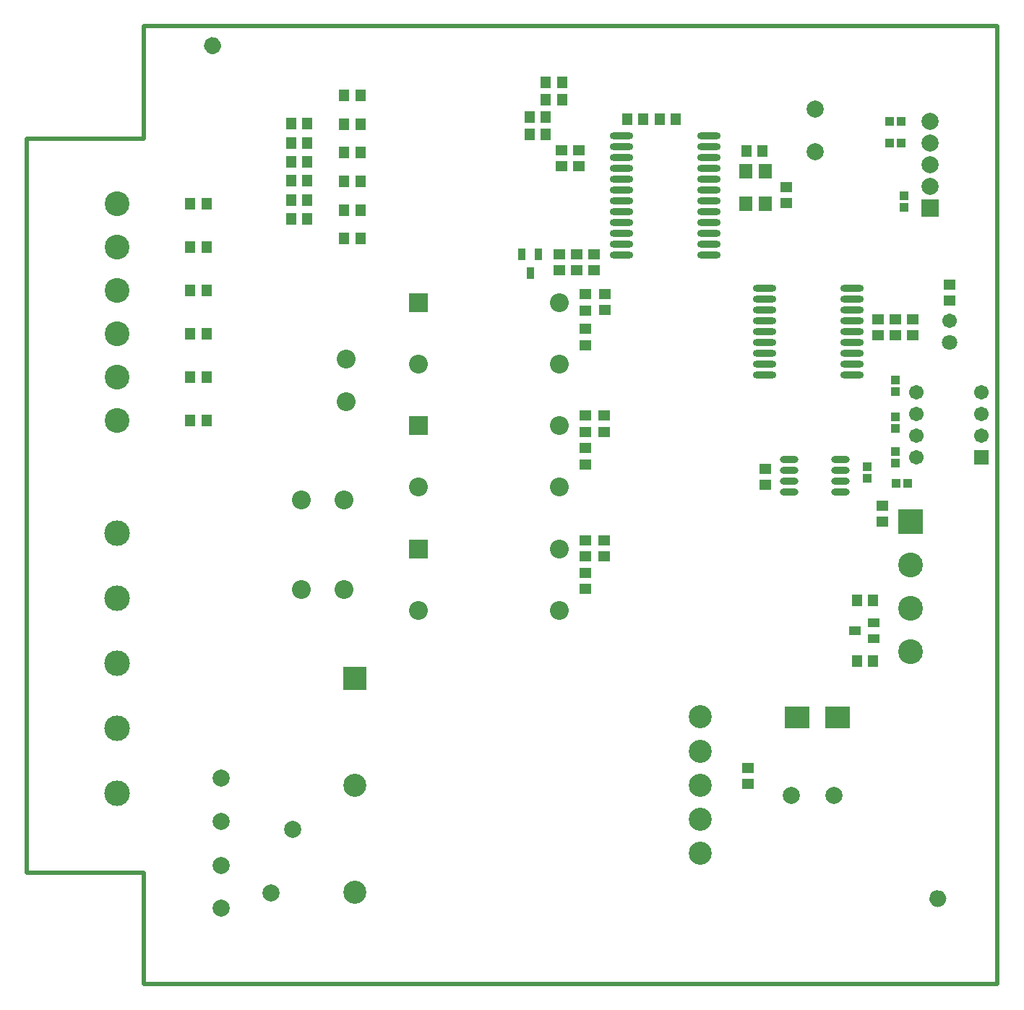
<source format=gts>
%FSLAX44Y44*%
%MOMM*%
G71*
G01*
G75*
G04 Layer_Color=8388736*
%ADD10C,1.0000*%
%ADD11R,1.2000X1.0000*%
%ADD12R,1.0000X1.2000*%
%ADD13R,0.8000X0.8000*%
%ADD14R,0.8000X0.8000*%
%ADD15R,1.3000X1.6000*%
%ADD16O,2.5400X0.6096*%
%ADD17O,2.0000X0.6100*%
%ADD18O,2.0000X0.6096*%
%ADD19O,2.5400X0.6100*%
%ADD20R,2.8000X2.3000*%
%ADD21R,0.7000X1.2000*%
%ADD22R,1.2000X0.8000*%
%ADD23C,1.0000*%
%ADD24C,0.4064*%
%ADD25C,1.2700*%
%ADD26C,0.7620*%
%ADD27C,0.3810*%
%ADD28C,0.5080*%
%ADD29C,1.0160*%
%ADD30C,0.5000*%
%ADD31C,2.0000*%
%ADD32R,2.0000X2.0000*%
%ADD33C,1.5000*%
%ADD34C,1.6000*%
%ADD35C,2.7000*%
%ADD36C,1.8000*%
%ADD37R,2.5000X2.5000*%
%ADD38C,2.5000*%
%ADD39R,2.7000X2.7000*%
%ADD40C,2.8000*%
%ADD41R,1.8000X1.8000*%
%ADD42R,1.5000X1.5000*%
%ADD43C,0.6096*%
%ADD44C,0.9144*%
%ADD45C,0.2000*%
%ADD46C,0.6000*%
%ADD47C,0.2500*%
%ADD48C,0.2540*%
%ADD49C,0.1000*%
%ADD50R,0.3500X4.4000*%
%ADD51C,1.5000*%
%ADD52R,1.4032X1.2032*%
%ADD53R,1.2032X1.4032*%
%ADD54R,1.0032X1.0032*%
%ADD55R,1.0032X1.0032*%
%ADD56R,1.5032X1.8032*%
%ADD57O,2.7432X0.8128*%
%ADD58O,2.2032X0.8132*%
%ADD59O,2.2032X0.8128*%
%ADD60O,2.7432X0.8132*%
%ADD61R,3.0032X2.5032*%
%ADD62R,0.9032X1.4032*%
%ADD63R,1.4032X1.0032*%
%ADD64C,1.2032*%
%ADD65C,2.2032*%
%ADD66R,2.2032X2.2032*%
%ADD67C,1.7032*%
%ADD68C,1.8032*%
%ADD69C,2.9032*%
%ADD70C,2.0032*%
%ADD71R,2.7032X2.7032*%
%ADD72C,2.7032*%
%ADD73R,2.9032X2.9032*%
%ADD74C,3.0032*%
%ADD75R,2.0032X2.0032*%
%ADD76R,1.7032X1.7032*%
D30*
X138000Y400D02*
Y130400D01*
X500D02*
X138000D01*
X500D02*
Y990400D01*
X500Y990400D01*
X138000D01*
X138000Y990400D01*
Y1122900D01*
X138000Y1122900D01*
X1138000D01*
X1138000Y1122900D01*
Y400D02*
Y1122900D01*
X1138000Y400D02*
X1138000Y400D01*
X138000Y400D02*
X1138000D01*
D51*
X1070570Y100330D02*
G03*
X1070570Y100330I-2500J0D01*
G01*
X220940Y1099820D02*
G03*
X220940Y1099820I-2500J0D01*
G01*
D52*
X998220Y760120D02*
D03*
Y779120D02*
D03*
X845820Y234340D02*
D03*
Y253340D02*
D03*
X1018540Y760120D02*
D03*
Y779120D02*
D03*
X1038860Y760120D02*
D03*
Y779120D02*
D03*
X627380Y977240D02*
D03*
Y958240D02*
D03*
X647700Y977240D02*
D03*
Y958240D02*
D03*
X665480Y836320D02*
D03*
Y855320D02*
D03*
X645160Y836320D02*
D03*
Y855320D02*
D03*
X890270Y915060D02*
D03*
Y934060D02*
D03*
X676910Y501040D02*
D03*
Y520040D02*
D03*
Y647090D02*
D03*
Y666090D02*
D03*
X678180Y789940D02*
D03*
Y808940D02*
D03*
X1003300Y560680D02*
D03*
Y541680D02*
D03*
X624840Y836320D02*
D03*
Y855320D02*
D03*
X655320Y481940D02*
D03*
Y462940D02*
D03*
Y520040D02*
D03*
Y501040D02*
D03*
Y627990D02*
D03*
Y608990D02*
D03*
Y666090D02*
D03*
Y647090D02*
D03*
Y767690D02*
D03*
Y748690D02*
D03*
Y808330D02*
D03*
Y789330D02*
D03*
X1082040Y819760D02*
D03*
Y800760D02*
D03*
X866140Y584860D02*
D03*
Y603860D02*
D03*
D53*
X723240Y1013460D02*
D03*
X704240D02*
D03*
X742340D02*
D03*
X761340D02*
D03*
X843940Y976630D02*
D03*
X862940D02*
D03*
X310540Y896620D02*
D03*
X211430Y660400D02*
D03*
X192430D02*
D03*
X211430Y711200D02*
D03*
X192430D02*
D03*
X310540Y918972D02*
D03*
Y941324D02*
D03*
X211430Y762000D02*
D03*
X192430D02*
D03*
X211430Y812800D02*
D03*
X192430D02*
D03*
X310540Y963676D02*
D03*
Y986028D02*
D03*
X608990Y1036320D02*
D03*
X627990D02*
D03*
X211430Y863600D02*
D03*
X192430D02*
D03*
X627990Y1056640D02*
D03*
X608990D02*
D03*
X211430Y914400D02*
D03*
X192430D02*
D03*
X310540Y1008380D02*
D03*
X992480Y449580D02*
D03*
X973480D02*
D03*
Y378460D02*
D03*
X992480D02*
D03*
X391770Y1041400D02*
D03*
Y1007872D02*
D03*
Y974344D02*
D03*
X372770D02*
D03*
X391770Y940816D02*
D03*
X372770D02*
D03*
X391770Y907288D02*
D03*
X372770D02*
D03*
X391770Y873760D02*
D03*
X372770D02*
D03*
X329540Y918972D02*
D03*
Y896620D02*
D03*
Y963676D02*
D03*
Y941324D02*
D03*
Y1008380D02*
D03*
Y986028D02*
D03*
X372770Y1041400D02*
D03*
Y1007872D02*
D03*
X608940Y1016000D02*
D03*
X589940D02*
D03*
X608940Y995680D02*
D03*
X589940D02*
D03*
D54*
X1011540Y1010920D02*
D03*
X1025540D02*
D03*
X1011540Y985520D02*
D03*
X1025540D02*
D03*
X1033160Y586740D02*
D03*
X1019160D02*
D03*
D55*
X1028700Y923940D02*
D03*
Y909940D02*
D03*
X985520Y606440D02*
D03*
Y592440D02*
D03*
X1018540Y624220D02*
D03*
Y610220D02*
D03*
Y694040D02*
D03*
Y708040D02*
D03*
Y650860D02*
D03*
Y664860D02*
D03*
D56*
X866210Y914450D02*
D03*
X843210D02*
D03*
Y952450D02*
D03*
X866210D02*
D03*
D57*
X864870Y815340D02*
D03*
X967994D02*
D03*
Y802640D02*
D03*
Y789940D02*
D03*
Y777240D02*
D03*
Y764540D02*
D03*
Y751840D02*
D03*
Y739140D02*
D03*
Y726440D02*
D03*
X864870D02*
D03*
Y739140D02*
D03*
Y751840D02*
D03*
Y764540D02*
D03*
Y777240D02*
D03*
Y789940D02*
D03*
Y802640D02*
D03*
Y713740D02*
D03*
X967994D02*
D03*
X697230Y994410D02*
D03*
Y956310D02*
D03*
Y969010D02*
D03*
Y981710D02*
D03*
Y867410D02*
D03*
Y854710D02*
D03*
Y892810D02*
D03*
Y880110D02*
D03*
Y918210D02*
D03*
Y905510D02*
D03*
Y943610D02*
D03*
Y930910D02*
D03*
D58*
X893770Y576580D02*
D03*
X953770Y589280D02*
D03*
D59*
X893770Y614680D02*
D03*
X953770D02*
D03*
Y601980D02*
D03*
Y576580D02*
D03*
X893770Y601980D02*
D03*
Y589280D02*
D03*
D60*
X800350Y994410D02*
D03*
Y981710D02*
D03*
Y969010D02*
D03*
Y956310D02*
D03*
Y943610D02*
D03*
Y930910D02*
D03*
Y918210D02*
D03*
Y905510D02*
D03*
Y892810D02*
D03*
Y854710D02*
D03*
Y867410D02*
D03*
Y880110D02*
D03*
D61*
X903100Y312420D02*
D03*
X951100D02*
D03*
D62*
X590550Y833550D02*
D03*
X600050Y855550D02*
D03*
X581050D02*
D03*
D63*
X970979Y414021D02*
D03*
X992979Y423521D02*
D03*
Y404521D02*
D03*
D64*
X1068070Y100330D02*
D03*
X218440Y1099820D02*
D03*
D65*
X459740Y582930D02*
D03*
X624740D02*
D03*
Y654930D02*
D03*
X459740Y438150D02*
D03*
X624740D02*
D03*
Y510150D02*
D03*
X372110Y462280D02*
D03*
X322110D02*
D03*
X372110Y567690D02*
D03*
X322110D02*
D03*
X374650Y732790D02*
D03*
Y682790D02*
D03*
X459740Y726440D02*
D03*
X624740D02*
D03*
Y798440D02*
D03*
D66*
X459740Y654930D02*
D03*
Y510150D02*
D03*
Y798440D02*
D03*
D67*
X1082040Y777240D02*
D03*
X1042670Y693420D02*
D03*
Y668020D02*
D03*
Y642620D02*
D03*
Y617220D02*
D03*
X1118870Y693420D02*
D03*
Y668020D02*
D03*
Y642620D02*
D03*
D68*
X1082040Y751840D02*
D03*
D69*
X106680Y711200D02*
D03*
Y660400D02*
D03*
Y812800D02*
D03*
Y762000D02*
D03*
Y914400D02*
D03*
Y863600D02*
D03*
X1036320Y491490D02*
D03*
Y440690D02*
D03*
Y389890D02*
D03*
D70*
X312420Y181680D02*
D03*
X287020Y106680D02*
D03*
X228600Y138900D02*
D03*
Y88900D02*
D03*
Y190500D02*
D03*
Y241300D02*
D03*
X1059180Y934720D02*
D03*
Y960120D02*
D03*
Y985520D02*
D03*
Y1010920D02*
D03*
X946620Y220980D02*
D03*
X896620D02*
D03*
X924560Y975360D02*
D03*
Y1025360D02*
D03*
D71*
X384940Y358040D02*
D03*
D72*
Y233040D02*
D03*
Y108040D02*
D03*
X789940Y233040D02*
D03*
Y273040D02*
D03*
Y313040D02*
D03*
Y193040D02*
D03*
Y153040D02*
D03*
D73*
X1036320Y542290D02*
D03*
D74*
X106680Y528320D02*
D03*
Y452120D02*
D03*
Y223520D02*
D03*
Y299720D02*
D03*
Y375920D02*
D03*
D75*
X1059180Y909320D02*
D03*
D76*
X1118870Y617220D02*
D03*
M02*

</source>
